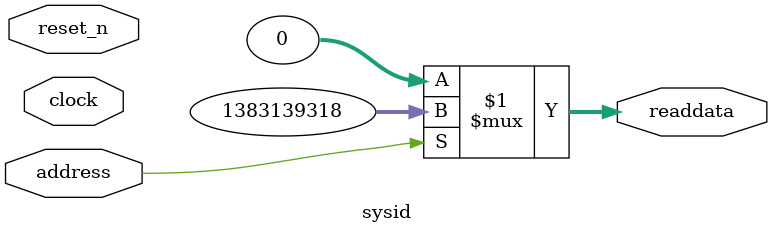
<source format=v>

`timescale 1ns / 1ps
// synthesis translate_on

// turn off superfluous verilog processor warnings 
// altera message_level Level1 
// altera message_off 10034 10035 10036 10037 10230 10240 10030 

module sysid (
               // inputs:
                address,
                clock,
                reset_n,

               // outputs:
                readdata
             )
;

  output  [ 31: 0] readdata;
  input            address;
  input            clock;
  input            reset_n;

  wire    [ 31: 0] readdata;
  //control_slave, which is an e_avalon_slave
  assign readdata = address ? 1383139318 : 0;

endmodule


</source>
